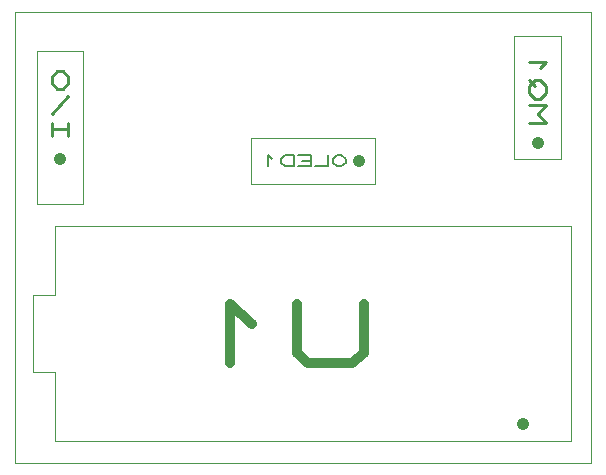
<source format=gbr>
G04 PROTEUS GERBER X2 FILE*
%TF.GenerationSoftware,Labcenter,Proteus,8.15-SP1-Build34318*%
%TF.CreationDate,2023-09-27T19:38:38+00:00*%
%TF.FileFunction,AssemblyDrawing,Top*%
%TF.FilePolarity,Positive*%
%TF.Part,Single*%
%TF.SameCoordinates,{be505f4d-15cc-4587-884f-e736d1e3a9c5}*%
%FSLAX45Y45*%
%MOMM*%
G01*
%TA.AperFunction,Material*%
%ADD16C,0.101600*%
%ADD17C,1.016000*%
%ADD18C,0.163360*%
%ADD19C,0.231130*%
%TA.AperFunction,Profile*%
%ADD13C,0.101600*%
%TA.AperFunction,Material*%
%ADD70C,0.050000*%
%ADD71C,0.836710*%
%TD.AperFunction*%
D16*
X-3379980Y+2537720D02*
X-2333820Y+2537720D01*
X-2333820Y+2928880D01*
X-3379980Y+2928880D01*
X-3379980Y+2537720D01*
D17*
X-2465900Y+2733300D02*
X-2465900Y+2733300D01*
D18*
X-2580765Y+2749637D02*
X-2617522Y+2782310D01*
X-2654280Y+2782310D01*
X-2691037Y+2749637D01*
X-2691037Y+2716963D01*
X-2654280Y+2684290D01*
X-2617522Y+2684290D01*
X-2580765Y+2716963D01*
X-2580765Y+2749637D01*
X-2727795Y+2782310D02*
X-2727795Y+2684290D01*
X-2838067Y+2684290D01*
X-2985097Y+2684290D02*
X-2874825Y+2684290D01*
X-2874825Y+2782310D01*
X-2985097Y+2782310D01*
X-2874825Y+2733300D02*
X-2948340Y+2733300D01*
X-3021855Y+2684290D02*
X-3021855Y+2782310D01*
X-3095370Y+2782310D01*
X-3132127Y+2749637D01*
X-3132127Y+2716963D01*
X-3095370Y+2684290D01*
X-3021855Y+2684290D01*
X-3205642Y+2749637D02*
X-3242400Y+2782310D01*
X-3242400Y+2684290D01*
D16*
X-1151320Y+2747080D02*
X-760160Y+2747080D01*
X-760160Y+3793240D01*
X-1151320Y+3793240D01*
X-1151320Y+2747080D01*
D17*
X-955740Y+2879160D02*
X-955740Y+2879160D01*
D19*
X-1025082Y+3049563D02*
X-886398Y+3049563D01*
X-955740Y+3127572D01*
X-886398Y+3205581D01*
X-1025082Y+3205581D01*
X-932626Y+3257588D02*
X-886398Y+3309594D01*
X-886398Y+3361600D01*
X-932626Y+3413606D01*
X-978854Y+3413606D01*
X-1025082Y+3361600D01*
X-1025082Y+3309594D01*
X-978854Y+3257588D01*
X-932626Y+3257588D01*
X-978854Y+3361600D02*
X-1025082Y+3413606D01*
X-932626Y+3517619D02*
X-886398Y+3569625D01*
X-1025082Y+3569625D01*
D16*
X-5195580Y+2367920D02*
X-4804420Y+2367920D01*
X-4804420Y+3664080D01*
X-5195580Y+3664080D01*
X-5195580Y+2367920D01*
D17*
X-5000000Y+2750000D02*
X-5000000Y+2750000D01*
D19*
X-4930658Y+2946406D02*
X-4930658Y+3050418D01*
X-4930658Y+2998412D02*
X-5069342Y+2998412D01*
X-5069342Y+2946406D02*
X-5069342Y+3050418D01*
X-4930658Y+3284446D02*
X-5069342Y+3128428D01*
X-4976886Y+3336453D02*
X-4930658Y+3388459D01*
X-4930658Y+3440465D01*
X-4976886Y+3492471D01*
X-5023114Y+3492471D01*
X-5069342Y+3440465D01*
X-5069342Y+3388459D01*
X-5023114Y+3336453D01*
X-4976886Y+3336453D01*
D13*
X-5380000Y+173000D02*
X-500000Y+173000D01*
X-500000Y+3990500D01*
X-5380000Y+3990500D01*
X-5380000Y+173000D01*
D70*
X-673500Y+356000D02*
X-673500Y+2184000D01*
X-5041500Y+2184000D01*
X-5041500Y+356000D02*
X-673500Y+356000D01*
X-5041500Y+356000D02*
X-5041500Y+948000D01*
X-5231500Y+948000D01*
X-5231500Y+1595000D01*
X-5041500Y+1595000D01*
X-5041500Y+2184000D01*
D17*
X-1079500Y+508000D02*
X-1079500Y+508000D01*
D71*
X-2429110Y+1521013D02*
X-2429110Y+1102657D01*
X-2523240Y+1018986D01*
X-2899760Y+1018986D01*
X-2993890Y+1102657D01*
X-2993890Y+1521013D01*
X-3370410Y+1353671D02*
X-3558670Y+1521013D01*
X-3558670Y+1018986D01*
M02*

</source>
